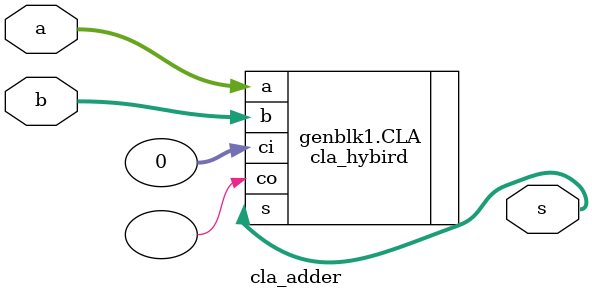
<source format=v>
`include "cla_hybird.v"
`include "cla_BK.v"

module cla_adder #(
	parameter NUM = 32,
	parameter ST = "hybird"
)(
	input      [NUM-1:0] a,
	input      [NUM-1:0] b,
	output     [NUM-1:0] s
);

generate
	if (ST == "hybird") begin
		cla_hybird #(
			.NUM(NUM)
		) CLA (
			.a(a),
			.b(b),
			.ci(0),
			.s(s),
			.co()
		);
	end
	else begin
		cla_BK #(
			.NUM(NUM)
		) CLA (
			.a(a),
			.b(b),
			.ci(0),
			.s(s),
			.co()
		);
	
	end

endgenerate

endmodule
</source>
